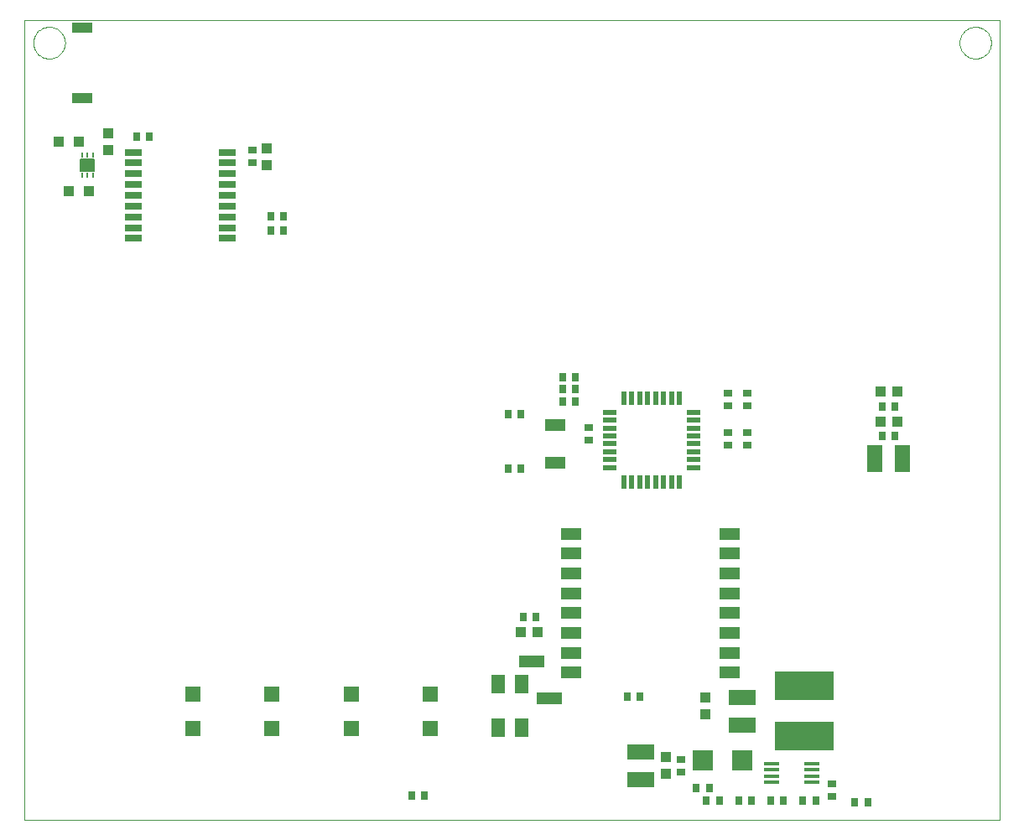
<source format=gtp>
G75*
%MOIN*%
%OFA0B0*%
%FSLAX24Y24*%
%IPPOS*%
%LPD*%
%AMOC8*
5,1,8,0,0,1.08239X$1,22.5*
%
%ADD10C,0.0000*%
%ADD11R,0.0580X0.0200*%
%ADD12R,0.0200X0.0580*%
%ADD13R,0.0787X0.0394*%
%ADD14R,0.0787X0.0512*%
%ADD15R,0.0709X0.0315*%
%ADD16R,0.0709X0.0276*%
%ADD17R,0.0591X0.0591*%
%ADD18R,0.0354X0.0276*%
%ADD19R,0.0276X0.0354*%
%ADD20R,0.0394X0.0394*%
%ADD21R,0.0394X0.0433*%
%ADD22R,0.0433X0.0394*%
%ADD23R,0.1063X0.0630*%
%ADD24R,0.0600X0.0180*%
%ADD25R,0.0787X0.0787*%
%ADD26R,0.0110X0.0197*%
%ADD27C,0.0050*%
%ADD28R,0.2362X0.1181*%
%ADD29R,0.0630X0.1063*%
%ADD30R,0.1000X0.0500*%
%ADD31R,0.0551X0.0748*%
D10*
X000574Y000251D02*
X000574Y032054D01*
X039341Y032054D01*
X039341Y000251D01*
X000574Y000251D01*
X000928Y031156D02*
X000930Y031206D01*
X000936Y031256D01*
X000946Y031305D01*
X000960Y031353D01*
X000977Y031400D01*
X000998Y031445D01*
X001023Y031489D01*
X001051Y031530D01*
X001083Y031569D01*
X001117Y031606D01*
X001154Y031640D01*
X001194Y031670D01*
X001236Y031697D01*
X001280Y031721D01*
X001326Y031742D01*
X001373Y031758D01*
X001421Y031771D01*
X001471Y031780D01*
X001520Y031785D01*
X001571Y031786D01*
X001621Y031783D01*
X001670Y031776D01*
X001719Y031765D01*
X001767Y031750D01*
X001813Y031732D01*
X001858Y031710D01*
X001901Y031684D01*
X001942Y031655D01*
X001981Y031623D01*
X002017Y031588D01*
X002049Y031550D01*
X002079Y031510D01*
X002106Y031467D01*
X002129Y031423D01*
X002148Y031377D01*
X002164Y031329D01*
X002176Y031280D01*
X002184Y031231D01*
X002188Y031181D01*
X002188Y031131D01*
X002184Y031081D01*
X002176Y031032D01*
X002164Y030983D01*
X002148Y030935D01*
X002129Y030889D01*
X002106Y030845D01*
X002079Y030802D01*
X002049Y030762D01*
X002017Y030724D01*
X001981Y030689D01*
X001942Y030657D01*
X001901Y030628D01*
X001858Y030602D01*
X001813Y030580D01*
X001767Y030562D01*
X001719Y030547D01*
X001670Y030536D01*
X001621Y030529D01*
X001571Y030526D01*
X001520Y030527D01*
X001471Y030532D01*
X001421Y030541D01*
X001373Y030554D01*
X001326Y030570D01*
X001280Y030591D01*
X001236Y030615D01*
X001194Y030642D01*
X001154Y030672D01*
X001117Y030706D01*
X001083Y030743D01*
X001051Y030782D01*
X001023Y030823D01*
X000998Y030867D01*
X000977Y030912D01*
X000960Y030959D01*
X000946Y031007D01*
X000936Y031056D01*
X000930Y031106D01*
X000928Y031156D01*
X037739Y031156D02*
X037741Y031206D01*
X037747Y031256D01*
X037757Y031305D01*
X037771Y031353D01*
X037788Y031400D01*
X037809Y031445D01*
X037834Y031489D01*
X037862Y031530D01*
X037894Y031569D01*
X037928Y031606D01*
X037965Y031640D01*
X038005Y031670D01*
X038047Y031697D01*
X038091Y031721D01*
X038137Y031742D01*
X038184Y031758D01*
X038232Y031771D01*
X038282Y031780D01*
X038331Y031785D01*
X038382Y031786D01*
X038432Y031783D01*
X038481Y031776D01*
X038530Y031765D01*
X038578Y031750D01*
X038624Y031732D01*
X038669Y031710D01*
X038712Y031684D01*
X038753Y031655D01*
X038792Y031623D01*
X038828Y031588D01*
X038860Y031550D01*
X038890Y031510D01*
X038917Y031467D01*
X038940Y031423D01*
X038959Y031377D01*
X038975Y031329D01*
X038987Y031280D01*
X038995Y031231D01*
X038999Y031181D01*
X038999Y031131D01*
X038995Y031081D01*
X038987Y031032D01*
X038975Y030983D01*
X038959Y030935D01*
X038940Y030889D01*
X038917Y030845D01*
X038890Y030802D01*
X038860Y030762D01*
X038828Y030724D01*
X038792Y030689D01*
X038753Y030657D01*
X038712Y030628D01*
X038669Y030602D01*
X038624Y030580D01*
X038578Y030562D01*
X038530Y030547D01*
X038481Y030536D01*
X038432Y030529D01*
X038382Y030526D01*
X038331Y030527D01*
X038282Y030532D01*
X038232Y030541D01*
X038184Y030554D01*
X038137Y030570D01*
X038091Y030591D01*
X038047Y030615D01*
X038005Y030642D01*
X037965Y030672D01*
X037928Y030706D01*
X037894Y030743D01*
X037862Y030782D01*
X037834Y030823D01*
X037809Y030867D01*
X037788Y030912D01*
X037771Y030959D01*
X037757Y031007D01*
X037747Y031056D01*
X037741Y031106D01*
X037739Y031156D01*
D11*
X027177Y016469D03*
X027177Y016159D03*
X027177Y015839D03*
X027177Y015529D03*
X027177Y015209D03*
X027177Y014899D03*
X027177Y014579D03*
X027177Y014269D03*
X023837Y014269D03*
X023837Y014579D03*
X023837Y014899D03*
X023837Y015209D03*
X023837Y015529D03*
X023837Y015839D03*
X023837Y016159D03*
X023837Y016469D03*
D12*
X024407Y017039D03*
X024717Y017039D03*
X025037Y017039D03*
X025347Y017039D03*
X025667Y017039D03*
X025977Y017039D03*
X026297Y017039D03*
X026607Y017039D03*
X026607Y013699D03*
X026297Y013699D03*
X025977Y013699D03*
X025667Y013699D03*
X025347Y013699D03*
X025037Y013699D03*
X024717Y013699D03*
X024407Y013699D03*
D13*
X002873Y028961D03*
X002873Y031757D03*
D14*
X021676Y015959D03*
X021676Y014463D03*
X022298Y011629D03*
X022298Y010841D03*
X022298Y010054D03*
X022298Y009267D03*
X022298Y008479D03*
X022298Y007692D03*
X022298Y006904D03*
X022298Y006117D03*
X028597Y006117D03*
X028597Y006904D03*
X028597Y007692D03*
X028597Y008479D03*
X028597Y009267D03*
X028597Y010054D03*
X028597Y010841D03*
X028597Y011629D03*
D15*
X008652Y023786D03*
X008652Y024219D03*
X008652Y024652D03*
X008652Y025085D03*
X008652Y025519D03*
X008652Y025952D03*
X008652Y026385D03*
X004912Y026385D03*
X004912Y025952D03*
X004912Y025519D03*
X004912Y025085D03*
X004912Y024652D03*
X004912Y024219D03*
X004912Y023786D03*
D16*
X004912Y023373D03*
X008652Y023373D03*
X008652Y026798D03*
X004912Y026798D03*
D17*
X007267Y005270D03*
X007267Y003893D03*
X010416Y003893D03*
X010416Y005270D03*
X013566Y005270D03*
X013566Y003893D03*
X016715Y003893D03*
X016715Y005270D03*
D18*
X026656Y002672D03*
X026656Y002160D03*
X032660Y001688D03*
X032660Y001176D03*
X029314Y015152D03*
X029314Y015664D03*
X028526Y015664D03*
X028526Y015152D03*
X028526Y016727D03*
X028526Y017239D03*
X029314Y017239D03*
X029314Y016727D03*
X023015Y015861D03*
X023015Y015349D03*
X009629Y026373D03*
X009629Y026885D03*
D19*
X010357Y024267D03*
X010869Y024267D03*
X010869Y023676D03*
X010357Y023676D03*
X005554Y027416D03*
X005042Y027416D03*
X019806Y016393D03*
X020318Y016393D03*
X021971Y016885D03*
X021971Y017377D03*
X022483Y017377D03*
X022483Y016885D03*
X022483Y017869D03*
X021971Y017869D03*
X020318Y014227D03*
X019806Y014227D03*
X020397Y008322D03*
X020908Y008322D03*
X024530Y005172D03*
X025042Y005172D03*
X027286Y001530D03*
X027798Y001530D03*
X027680Y001038D03*
X028192Y001038D03*
X028960Y001038D03*
X029471Y001038D03*
X030239Y001038D03*
X030751Y001038D03*
X031519Y001038D03*
X032030Y001038D03*
X033586Y000940D03*
X034097Y000940D03*
X016479Y001235D03*
X015967Y001235D03*
X034668Y015507D03*
X035180Y015507D03*
X035180Y016688D03*
X034668Y016688D03*
D20*
X003133Y025251D03*
X002345Y025251D03*
X001952Y027219D03*
X002739Y027219D03*
D21*
X003920Y026885D03*
X003920Y027554D03*
X010219Y026963D03*
X010219Y026294D03*
X027641Y005113D03*
X027641Y004444D03*
X026066Y002751D03*
X026066Y002081D03*
D22*
X020987Y007731D03*
X020318Y007731D03*
X034589Y016097D03*
X035259Y016097D03*
X035259Y017278D03*
X034589Y017278D03*
D23*
X029117Y005133D03*
X029117Y004030D03*
X025082Y002967D03*
X025082Y001865D03*
D24*
X030286Y001741D03*
X030286Y001991D03*
X030286Y002251D03*
X030286Y002501D03*
X031886Y002501D03*
X031886Y002251D03*
X031886Y001991D03*
X031886Y001741D03*
D25*
X029117Y002613D03*
X027542Y002613D03*
D26*
X003290Y025900D03*
X003074Y025900D03*
X002857Y025900D03*
X002857Y026688D03*
X003074Y026688D03*
X003290Y026688D03*
D27*
X002810Y026521D02*
X002810Y026067D01*
X002810Y026521D02*
X003338Y026521D01*
X003338Y026067D01*
X002810Y026067D01*
X002810Y026116D02*
X003338Y026116D01*
X003338Y026165D02*
X002810Y026165D01*
X002810Y026214D02*
X003338Y026214D01*
X003338Y026263D02*
X002810Y026263D01*
X002810Y026312D02*
X003338Y026312D01*
X003338Y026361D02*
X002810Y026361D01*
X002810Y026410D02*
X003338Y026410D01*
X003338Y026459D02*
X002810Y026459D01*
X002810Y026508D02*
X003338Y026508D01*
D28*
X031578Y005581D03*
X031578Y003581D03*
D29*
X034373Y014621D03*
X035475Y014621D03*
D30*
X021440Y005074D03*
X020751Y006550D03*
D31*
X020337Y005644D03*
X019393Y005644D03*
X019393Y003912D03*
X020337Y003912D03*
M02*

</source>
